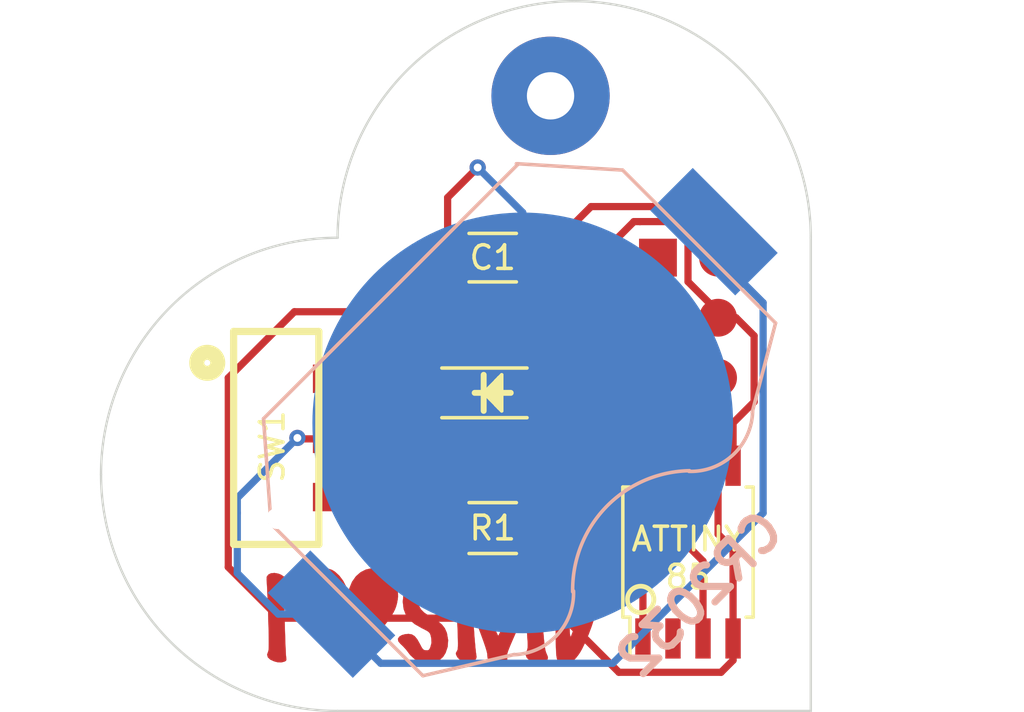
<source format=kicad_pcb>
(kicad_pcb (version 4) (host pcbnew 4.0.7)

  (general
    (links 15)
    (no_connects 0)
    (area 189.769999 74.199999 219.870001 104.300001)
    (thickness 1.6)
    (drawings 22)
    (tracks 98)
    (zones 0)
    (modules 9)
    (nets 12)
  )

  (page USLetter)
  (layers
    (0 F.Cu signal)
    (31 B.Cu signal)
    (34 B.Paste user)
    (35 F.Paste user)
    (36 B.SilkS user)
    (37 F.SilkS user)
    (38 B.Mask user)
    (39 F.Mask user)
    (40 Dwgs.User user)
    (44 Edge.Cuts user)
  )

  (setup
    (last_trace_width 0.1524)
    (user_trace_width 0.254)
    (user_trace_width 0.3048)
    (user_trace_width 0.4064)
    (user_trace_width 0.6096)
    (user_trace_width 2.032)
    (trace_clearance 0.1524)
    (zone_clearance 0.508)
    (zone_45_only no)
    (trace_min 0.1524)
    (segment_width 0.254)
    (edge_width 0.1)
    (via_size 0.6858)
    (via_drill 0.3302)
    (via_min_size 0.6858)
    (via_min_drill 0.3302)
    (user_via 1 0.5)
    (uvia_size 0.762)
    (uvia_drill 0.508)
    (uvias_allowed no)
    (uvia_min_size 0.508)
    (uvia_min_drill 0.127)
    (pcb_text_width 0.3)
    (pcb_text_size 1.5 1.5)
    (mod_edge_width 0.15)
    (mod_text_size 1 1)
    (mod_text_width 0.15)
    (pad_size 1.6 1.6)
    (pad_drill 0)
    (pad_to_mask_clearance 0)
    (aux_axis_origin 0 0)
    (grid_origin 210.82 95.25)
    (visible_elements 7FFFFBFF)
    (pcbplotparams
      (layerselection 0x010f0_80000001)
      (usegerberextensions true)
      (excludeedgelayer true)
      (linewidth 0.100000)
      (plotframeref false)
      (viasonmask false)
      (mode 1)
      (useauxorigin false)
      (hpglpennumber 1)
      (hpglpenspeed 20)
      (hpglpendiameter 15)
      (hpglpenoverlay 2)
      (psnegative false)
      (psa4output false)
      (plotreference true)
      (plotvalue true)
      (plotinvisibletext false)
      (padsonsilk false)
      (subtractmaskfromsilk false)
      (outputformat 1)
      (mirror false)
      (drillshape 0)
      (scaleselection 1)
      (outputdirectory gerbers/))
  )

  (net 0 "")
  (net 1 GND)
  (net 2 +BATT)
  (net 3 "Net-(BT1-Pad1)")
  (net 4 "Net-(CON1-Pad5)")
  (net 5 "Net-(D1-Pad1)")
  (net 6 /D1)
  (net 7 /D2)
  (net 8 /D0)
  (net 9 /D3)
  (net 10 /D4)
  (net 11 "Net-(P1-Pad1)")

  (net_class Default "This is the default net class."
    (clearance 0.1524)
    (trace_width 0.1524)
    (via_dia 0.6858)
    (via_drill 0.3302)
    (uvia_dia 0.762)
    (uvia_drill 0.508)
    (add_net +BATT)
    (add_net /D0)
    (add_net /D1)
    (add_net /D2)
    (add_net /D3)
    (add_net /D4)
    (add_net GND)
    (add_net "Net-(BT1-Pad1)")
    (add_net "Net-(CON1-Pad5)")
    (add_net "Net-(D1-Pad1)")
    (add_net "Net-(P1-Pad1)")
  )

  (module footprints:BATT_CR2032_SMD (layer B.Cu) (tedit 56CFB5D2) (tstamp 5AE5D7F5)
    (at 207.645 92.075 225)
    (tags battery)
    (path /56CFA61E)
    (fp_text reference BT1 (at 0 -5.08 225) (layer B.SilkS) hide
      (effects (font (size 1.72974 1.08712) (thickness 0.27178)) (justify mirror))
    )
    (fp_text value Battery (at 0 2.54 225) (layer B.SilkS) hide
      (effects (font (size 1.524 1.016) (thickness 0.254)) (justify mirror))
    )
    (fp_line (start -7.1755 -6.5405) (end -10.541 -4.572) (layer B.SilkS) (width 0.15))
    (fp_line (start 7.1755 -6.6675) (end 10.541 -4.572) (layer B.SilkS) (width 0.15))
    (fp_arc (start -5.4229 -4.6355) (end -3.5179 -6.4135) (angle -90) (layer B.SilkS) (width 0.15))
    (fp_arc (start 5.4102 -4.7625) (end 7.1882 -6.6675) (angle -90) (layer B.SilkS) (width 0.15))
    (fp_arc (start -0.0635 -10.033) (end -3.556 -6.4135) (angle -90) (layer B.SilkS) (width 0.15))
    (fp_line (start 7.62 7.874) (end 10.541 4.5085) (layer B.SilkS) (width 0.15))
    (fp_line (start -10.541 4.572) (end -7.5565 7.9375) (layer B.SilkS) (width 0.15))
    (fp_line (start -7.62 7.874) (end 7.62 7.874) (layer B.SilkS) (width 0.15))
    (fp_line (start -10.541 -4.572) (end -10.541 4.572) (layer B.SilkS) (width 0.15))
    (fp_line (start 10.541 -4.572) (end 10.541 4.572) (layer B.SilkS) (width 0.15))
    (fp_circle (center 0 0) (end -10.16 0) (layer Dwgs.User) (width 0.15))
    (pad 2 smd circle (at 0 0 225) (size 17.78 17.78) (layers B.Cu B.Paste B.Mask)
      (net 1 GND))
    (pad 1 smd rect (at -11.43 0 225) (size 2.54 5.08) (layers B.Cu B.Paste B.Mask)
      (net 3 "Net-(BT1-Pad1)"))
    (pad 1 smd rect (at 11.43 0 225) (size 2.54 5.08) (layers B.Cu B.Paste B.Mask)
      (net 3 "Net-(BT1-Pad1)"))
  )

  (module footprints:SPST_SMD (layer F.Cu) (tedit 58D85833) (tstamp 5AE5DA49)
    (at 200.025 92.71 270)
    (descr "Through hole pin header")
    (tags "pin header")
    (path /5860A0CD)
    (fp_text reference SW1 (at 0.365 2.97 270) (layer F.SilkS)
      (effects (font (size 1 1) (thickness 0.15)))
    )
    (fp_text value SPST (at 0.1 0 270) (layer F.Fab)
      (effects (font (size 1 1) (thickness 0.15)))
    )
    (fp_line (start -4.5 4.6) (end 4.5 4.6) (layer F.SilkS) (width 0.3048))
    (fp_line (start 4.5 1) (end 4.5 4.6) (layer F.SilkS) (width 0.3048))
    (fp_line (start -4.5 1) (end -4.5 4.6) (layer F.SilkS) (width 0.3048))
    (fp_line (start -4.5 1) (end 4.5 1) (layer F.SilkS) (width 0.3048))
    (fp_text user JS102011SAQN (at 0 1.7 270) (layer F.Fab)
      (effects (font (size 0.8 0.8) (thickness 0.1)))
    )
    (fp_line (start -1.75 14.45) (end 4.3 14.45) (layer F.CrtYd) (width 0.05))
    (pad "" np_thru_hole circle (at 3.4 2.75 270) (size 0.9 0.9) (drill 0.9) (layers *.Cu *.Mask))
    (pad 1 smd rect (at -2.5 0 270) (size 1.2 2.5) (layers F.Cu F.Paste F.Mask)
      (net 2 +BATT))
    (pad 2 smd rect (at 0.04 0 270) (size 1.2 2.5) (layers F.Cu F.Paste F.Mask)
      (net 3 "Net-(BT1-Pad1)"))
    (pad 3 smd rect (at 2.5 0 270) (size 1.2 2.5) (layers F.Cu F.Paste F.Mask))
    (pad "" np_thru_hole circle (at -3.4 2.75 270) (size 0.9 0.9) (drill 0.9) (layers *.Cu *.Mask))
  )

  (module LEDs:LED-1206 (layer F.Cu) (tedit 58C4D23A) (tstamp 58C47B3C)
    (at 206.375 90.805)
    (descr "LED 1206 smd package")
    (tags "LED1206 SMD")
    (path /58C49927)
    (attr smd)
    (fp_text reference D1 (at 0 -2) (layer F.SilkS) hide
      (effects (font (size 1 1) (thickness 0.15)))
    )
    (fp_text value LED (at 0 2) (layer F.Fab)
      (effects (font (size 1 1) (thickness 0.15)))
    )
    (fp_line (start -0.762 0) (end 0.762 0) (layer F.SilkS) (width 0.25))
    (fp_line (start -0.381 -0.762) (end -0.381 0.762) (layer F.SilkS) (width 0.25))
    (fp_line (start -0.635 0) (end -0.508 0) (layer F.SilkS) (width 0.15))
    (fp_line (start 0.254 0.635) (end 0.381 0.762) (layer F.SilkS) (width 0.15))
    (fp_line (start 0.254 -0.635) (end 0.381 -0.762) (layer F.SilkS) (width 0.15))
    (fp_line (start 0.381 -0.762) (end 0.381 0.762) (layer F.SilkS) (width 0.15))
    (fp_line (start 0.127 -0.508) (end 0.254 -0.635) (layer F.SilkS) (width 0.15))
    (fp_line (start 0.127 0.508) (end 0.254 0.635) (layer F.SilkS) (width 0.15))
    (fp_line (start 0.254 0.508) (end 0.254 0.635) (layer F.SilkS) (width 0.15))
    (fp_line (start 0.254 -0.635) (end 0.254 0.508) (layer F.SilkS) (width 0.15))
    (fp_line (start -2.15 1.05) (end 1.45 1.05) (layer F.SilkS) (width 0.15))
    (fp_line (start -2.15 -1.05) (end 1.45 -1.05) (layer F.SilkS) (width 0.15))
    (fp_line (start 0.027 -0.3) (end 0.027 0.3) (layer F.SilkS) (width 0.15))
    (fp_line (start 0.027 0.3) (end -0.273 0) (layer F.SilkS) (width 0.15))
    (fp_line (start -0.273 0) (end -0.073 -0.2) (layer F.SilkS) (width 0.15))
    (fp_line (start -0.073 -0.2) (end -0.073 0.05) (layer F.SilkS) (width 0.15))
    (fp_line (start -0.073 0.05) (end -0.123 0) (layer F.SilkS) (width 0.15))
    (fp_line (start 0.127 0) (end 0.627 0) (layer F.SilkS) (width 0.15))
    (fp_line (start -0.373 0) (end 0.127 -0.5) (layer F.SilkS) (width 0.15))
    (fp_line (start 0.127 -0.5) (end 0.127 0.5) (layer F.SilkS) (width 0.15))
    (fp_line (start 0.127 0.5) (end -0.373 0) (layer F.SilkS) (width 0.15))
    (fp_line (start 2.5 -1.25) (end -2.5 -1.25) (layer F.CrtYd) (width 0.05))
    (fp_line (start -2.5 -1.25) (end -2.5 1.25) (layer F.CrtYd) (width 0.05))
    (fp_line (start -2.5 1.25) (end 2.5 1.25) (layer F.CrtYd) (width 0.05))
    (fp_line (start 2.5 1.25) (end 2.5 -1.25) (layer F.CrtYd) (width 0.05))
    (pad 2 smd rect (at 1.905 0 180) (size 2 1.80086) (layers F.Cu F.Paste F.Mask)
      (net 8 /D0))
    (pad 1 smd rect (at -1.905 0 180) (size 2 1.80086) (layers F.Cu F.Paste F.Mask)
      (net 5 "Net-(D1-Pad1)"))
    (model LEDs.3dshapes/LED_1206.wrl
      (at (xyz 0 0 0))
      (scale (xyz 1 1 1))
      (rotate (xyz 0 0 0))
    )
  )

  (module footprints:C_1206_HandSoldering (layer F.Cu) (tedit 58C47DA8) (tstamp 5AE5D7FB)
    (at 206.375 85.09)
    (descr "Capacitor SMD 1206, hand soldering")
    (tags "capacitor 1206")
    (path /553FDF53)
    (attr smd)
    (fp_text reference C1 (at 0 0) (layer F.SilkS)
      (effects (font (size 1 1) (thickness 0.15)))
    )
    (fp_text value "0.1 uF" (at 0 2.3) (layer F.Fab)
      (effects (font (size 1 1) (thickness 0.15)))
    )
    (fp_line (start -3.3 -1.15) (end 3.3 -1.15) (layer F.CrtYd) (width 0.05))
    (fp_line (start -3.3 1.15) (end 3.3 1.15) (layer F.CrtYd) (width 0.05))
    (fp_line (start -3.3 -1.15) (end -3.3 1.15) (layer F.CrtYd) (width 0.05))
    (fp_line (start 3.3 -1.15) (end 3.3 1.15) (layer F.CrtYd) (width 0.05))
    (fp_line (start 1 -1.025) (end -1 -1.025) (layer F.SilkS) (width 0.15))
    (fp_line (start -1 1.025) (end 1 1.025) (layer F.SilkS) (width 0.15))
    (pad 1 smd rect (at -2 0) (size 2 1.6) (layers F.Cu F.Paste F.Mask)
      (net 1 GND))
    (pad 2 smd rect (at 2 0) (size 2 1.6) (layers F.Cu F.Paste F.Mask)
      (net 2 +BATT))
    (model Capacitors_SMD.3dshapes/C_1206_HandSoldering.wrl
      (at (xyz 0 0 0))
      (scale (xyz 1 1 1))
      (rotate (xyz 0 0 0))
    )
  )

  (module footprints:AVR-ISP-6 (layer F.Cu) (tedit 5AE5DBB2) (tstamp 5AE5D800)
    (at 213.36 85.09)
    (descr "6-lead dip package, row spacing 7.62 mm (300 mils)")
    (tags "dil dip 2.54 300")
    (path /58609061)
    (fp_text reference CON1 (at 0 -2.54) (layer F.SilkS) hide
      (effects (font (size 1 1) (thickness 0.15)))
    )
    (fp_text value AVR-ISP-6 (at 0 -3.72) (layer F.Fab) hide
      (effects (font (size 1 1) (thickness 0.15)))
    )
    (pad 1 smd rect (at 0 0) (size 1.6 1.6) (layers F.Cu F.Paste F.Mask)
      (net 6 /D1))
    (pad 2 smd circle (at 2.54 0) (size 1.6 1.6) (layers F.Cu F.Paste F.Mask)
      (net 2 +BATT))
    (pad 3 smd oval (at 0 2.54) (size 1.6 1.6) (layers F.Cu F.Paste F.Mask)
      (net 7 /D2))
    (pad 4 smd oval (at 2.54 2.54) (size 1.6 1.6) (layers F.Cu F.Paste F.Mask)
      (net 8 /D0))
    (pad 5 smd oval (at 0 5.08) (size 1.6 1.6) (layers F.Cu F.Paste F.Mask)
      (net 4 "Net-(CON1-Pad5)"))
    (pad 6 smd oval (at 2.54 5.08) (size 1.6 1.6) (layers F.Cu F.Paste F.Mask)
      (net 1 GND))
  )

  (module footprints:Pin_Header_Straight_1x01 (layer F.Cu) (tedit 5AE5D818) (tstamp 5AE5D809)
    (at 208.82 78.25)
    (descr "Through hole pin header")
    (tags "pin header")
    (path /5860AE9A)
    (fp_text reference P1 (at -0.6 -0.5) (layer F.SilkS) hide
      (effects (font (size 0.127 0.127) (thickness 0.03175)))
    )
    (fp_text value CONN_01X01 (at 0 0.9) (layer F.Fab)
      (effects (font (size 0.127 0.127) (thickness 0.03175)))
    )
    (pad 1 thru_hole circle (at 0 0) (size 5 5) (drill 2) (layers *.Cu B.Mask)
      (net 11 "Net-(P1-Pad1)"))
  )

  (module footprints:R_1206_HandSoldering (layer F.Cu) (tedit 58C47DAE) (tstamp 5AE5D80D)
    (at 206.375 96.52)
    (descr "Resistor SMD 1206, hand soldering")
    (tags "resistor 1206")
    (path /56CEB2B5)
    (attr smd)
    (fp_text reference R1 (at 0 0) (layer F.SilkS)
      (effects (font (size 1 1) (thickness 0.15)))
    )
    (fp_text value 330 (at 0 2.3) (layer F.Fab)
      (effects (font (size 1 1) (thickness 0.15)))
    )
    (fp_line (start -3.3 -1.2) (end 3.3 -1.2) (layer F.CrtYd) (width 0.05))
    (fp_line (start -3.3 1.2) (end 3.3 1.2) (layer F.CrtYd) (width 0.05))
    (fp_line (start -3.3 -1.2) (end -3.3 1.2) (layer F.CrtYd) (width 0.05))
    (fp_line (start 3.3 -1.2) (end 3.3 1.2) (layer F.CrtYd) (width 0.05))
    (fp_line (start 1 1.075) (end -1 1.075) (layer F.SilkS) (width 0.15))
    (fp_line (start -1 -1.075) (end 1 -1.075) (layer F.SilkS) (width 0.15))
    (pad 1 smd rect (at -2 0) (size 2 1.7) (layers F.Cu F.Paste F.Mask)
      (net 5 "Net-(D1-Pad1)"))
    (pad 2 smd rect (at 2 0) (size 2 1.7) (layers F.Cu F.Paste F.Mask)
      (net 10 /D4))
    (model Resistors_SMD.3dshapes/R_1206_HandSoldering.wrl
      (at (xyz 0 0 0))
      (scale (xyz 1 1 1))
      (rotate (xyz 0 0 0))
    )
  )

  (module footprints:SOIJ-8_5.3x5.3mm_Pitch1.27mm (layer F.Cu) (tedit 5AE5DCFD) (tstamp 5AE5DA51)
    (at 214.63 97.536 90)
    (descr "8-Lead Plastic Small Outline (SM) - Medium, 5.28 mm Body [SOIC] (see Microchip Packaging Specification 00000049BS.pdf)")
    (tags "SOIC 1.27")
    (path /58C478D3)
    (attr smd)
    (fp_text reference U1 (at 1.651 0 180) (layer F.SilkS) hide
      (effects (font (size 1 1) (thickness 0.15)))
    )
    (fp_text value ATTINY85 (at 0 3.68 90) (layer F.Fab)
      (effects (font (size 1 1) (thickness 0.15)))
    )
    (fp_circle (center -2 -2) (end -2.25 -2.5) (layer F.SilkS) (width 0.2))
    (fp_line (start -4.75 -2.95) (end -4.75 2.95) (layer F.CrtYd) (width 0.05))
    (fp_line (start 4.75 -2.95) (end 4.75 2.95) (layer F.CrtYd) (width 0.05))
    (fp_line (start -4.75 -2.95) (end 4.75 -2.95) (layer F.CrtYd) (width 0.05))
    (fp_line (start -4.75 2.95) (end 4.75 2.95) (layer F.CrtYd) (width 0.05))
    (fp_line (start -2.75 -2.755) (end -2.75 -2.455) (layer F.SilkS) (width 0.15))
    (fp_line (start 2.75 -2.755) (end 2.75 -2.455) (layer F.SilkS) (width 0.15))
    (fp_line (start 2.75 2.755) (end 2.75 2.455) (layer F.SilkS) (width 0.15))
    (fp_line (start -2.75 2.755) (end -2.75 2.455) (layer F.SilkS) (width 0.15))
    (fp_line (start -2.75 -2.755) (end 2.75 -2.755) (layer F.SilkS) (width 0.15))
    (fp_line (start -2.75 2.755) (end 2.75 2.755) (layer F.SilkS) (width 0.15))
    (fp_line (start -2.75 -2.455) (end -4.5 -2.455) (layer F.SilkS) (width 0.15))
    (pad 1 smd rect (at -3.65 -1.905 90) (size 1.7 0.65) (layers F.Cu F.Paste F.Mask)
      (net 4 "Net-(CON1-Pad5)"))
    (pad 2 smd rect (at -3.65 -0.635 90) (size 1.7 0.65) (layers F.Cu F.Paste F.Mask)
      (net 9 /D3))
    (pad 3 smd rect (at -3.65 0.635 90) (size 1.7 0.65) (layers F.Cu F.Paste F.Mask)
      (net 10 /D4))
    (pad 4 smd rect (at -3.65 1.905 90) (size 1.7 0.65) (layers F.Cu F.Paste F.Mask)
      (net 1 GND))
    (pad 5 smd rect (at 3.65 1.905 90) (size 1.7 0.65) (layers F.Cu F.Paste F.Mask)
      (net 8 /D0))
    (pad 6 smd rect (at 3.65 0.635 90) (size 1.7 0.65) (layers F.Cu F.Paste F.Mask)
      (net 6 /D1))
    (pad 7 smd rect (at 3.65 -0.635 90) (size 1.7 0.65) (layers F.Cu F.Paste F.Mask)
      (net 7 /D2))
    (pad 8 smd rect (at 3.65 -1.905 90) (size 1.7 0.65) (layers F.Cu F.Paste F.Mask)
      (net 2 +BATT))
    (model Housings_SOIC.3dshapes/SOIJ-8_5.3x5.3mm_Pitch1.27mm.wrl
      (at (xyz 0 0 0))
      (scale (xyz 1 1 1))
      (rotate (xyz 0 0 0))
    )
  )

  (module footprints:IheartSMD (layer F.Cu) (tedit 0) (tstamp 5AE5DC08)
    (at 203.835 100.33)
    (fp_text reference G*** (at 0 0) (layer F.SilkS) hide
      (effects (font (thickness 0.3)))
    )
    (fp_text value LOGO (at 0.75 0) (layer F.SilkS) hide
      (effects (font (thickness 0.3)))
    )
    (fp_poly (pts (xy -2.34405 -2.096245) (xy -2.105224 -2.02035) (xy -1.879461 -1.87745) (xy -1.67627 -1.665485)
      (xy -1.672077 -1.659965) (xy -1.535728 -1.428984) (xy -1.466826 -1.179985) (xy -1.462632 -0.900188)
      (xy -1.480305 -0.765648) (xy -1.506685 -0.630011) (xy -1.540934 -0.503324) (xy -1.587938 -0.377969)
      (xy -1.652583 -0.246325) (xy -1.739753 -0.100773) (xy -1.854334 0.066306) (xy -2.001212 0.26253)
      (xy -2.185271 0.495519) (xy -2.411397 0.772893) (xy -2.65632 1.068462) (xy -2.863883 1.316796)
      (xy -3.056151 1.544929) (xy -3.227337 1.746142) (xy -3.371657 1.913715) (xy -3.483327 2.040929)
      (xy -3.55656 2.121066) (xy -3.585338 2.147469) (xy -3.616012 2.117825) (xy -3.690038 2.034352)
      (xy -3.801593 1.903968) (xy -3.944854 1.733589) (xy -4.114 1.530133) (xy -4.303208 1.300517)
      (xy -4.474308 1.091353) (xy -4.682749 0.833626) (xy -4.880586 0.585062) (xy -5.060943 0.354598)
      (xy -5.216944 0.151173) (xy -5.34171 -0.016276) (xy -5.428366 -0.13881) (xy -5.462934 -0.193553)
      (xy -5.575671 -0.442679) (xy -5.651356 -0.710052) (xy -5.68505 -0.970983) (xy -5.671813 -1.200783)
      (xy -5.668122 -1.219233) (xy -5.570242 -1.503796) (xy -5.409772 -1.744798) (xy -5.251857 -1.892196)
      (xy -5.056812 -2.018715) (xy -4.866654 -2.087112) (xy -4.650419 -2.106675) (xy -4.549401 -2.10289)
      (xy -4.38003 -2.082879) (xy -4.251303 -2.040775) (xy -4.13585 -1.971583) (xy -3.949099 -1.803253)
      (xy -3.782896 -1.584088) (xy -3.657219 -1.341409) (xy -3.638259 -1.291192) (xy -3.5686 -1.093389)
      (xy -3.518915 -1.259848) (xy -3.401368 -1.54273) (xy -3.239839 -1.770965) (xy -3.043835 -1.942494)
      (xy -2.822863 -2.055257) (xy -2.586433 -2.107194) (xy -2.34405 -2.096245)) (layer F.Cu) (width 0.01))
    (fp_poly (pts (xy 4.210181 -1.942334) (xy 4.354907 -1.898655) (xy 4.509585 -1.8085) (xy 4.610951 -1.696348)
      (xy 4.652707 -1.574999) (xy 4.628556 -1.457256) (xy 4.595388 -1.409846) (xy 4.581052 -1.384052)
      (xy 4.571272 -1.338764) (xy 4.566268 -1.266233) (xy 4.566261 -1.158706) (xy 4.571472 -1.008433)
      (xy 4.582122 -0.807662) (xy 4.598431 -0.548642) (xy 4.620622 -0.223622) (xy 4.635014 -0.019538)
      (xy 4.661576 0.347706) (xy 4.684425 0.645637) (xy 4.704585 0.882954) (xy 4.723077 1.068352)
      (xy 4.740923 1.210532) (xy 4.759146 1.318189) (xy 4.778769 1.400021) (xy 4.800814 1.464727)
      (xy 4.812779 1.492748) (xy 4.86011 1.604073) (xy 4.874765 1.673783) (xy 4.858609 1.73037)
      (xy 4.831274 1.775435) (xy 4.727443 1.867301) (xy 4.579917 1.910188) (xy 4.406042 1.903922)
      (xy 4.223164 1.848332) (xy 4.103179 1.782706) (xy 3.983992 1.677881) (xy 3.938703 1.562564)
      (xy 3.963135 1.422748) (xy 3.982132 1.376791) (xy 4.003807 1.317943) (xy 4.016854 1.247058)
      (xy 4.021452 1.150344) (xy 4.017776 1.014007) (xy 4.006003 0.824256) (xy 3.991631 0.63433)
      (xy 3.969436 0.343476) (xy 3.951134 0.123274) (xy 3.932095 -0.02632) (xy 3.90769 -0.105355)
      (xy 3.873292 -0.113877) (xy 3.824271 -0.051932) (xy 3.755999 0.080433) (xy 3.663846 0.283171)
      (xy 3.543184 0.556235) (xy 3.510691 0.629481) (xy 3.388617 0.905519) (xy 3.295606 1.120487)
      (xy 3.22816 1.284362) (xy 3.182779 1.407121) (xy 3.155967 1.498742) (xy 3.144223 1.5692)
      (xy 3.144049 1.628474) (xy 3.148128 1.663394) (xy 3.157036 1.778047) (xy 3.133809 1.852855)
      (xy 3.083401 1.909807) (xy 2.998885 1.969379) (xy 2.926596 1.992923) (xy 2.836247 2.001972)
      (xy 2.806965 2.008896) (xy 2.735111 2.009803) (xy 2.633855 1.989851) (xy 2.631163 1.98908)
      (xy 2.495802 1.920102) (xy 2.387776 1.81079) (xy 2.32431 1.683267) (xy 2.316829 1.585344)
      (xy 2.313086 1.512089) (xy 2.285363 1.390157) (xy 2.231922 1.213828) (xy 2.151025 0.977378)
      (xy 2.040931 0.675086) (xy 2.036923 0.664308) (xy 1.938752 0.40259) (xy 1.863553 0.208096)
      (xy 1.808302 0.074349) (xy 1.769975 -0.00513) (xy 1.745546 -0.036821) (xy 1.731991 -0.0272)
      (xy 1.727307 0.00118) (xy 1.726457 0.088072) (xy 1.73201 0.23249) (xy 1.742731 0.419067)
      (xy 1.757384 0.632437) (xy 1.774733 0.857233) (xy 1.793542 1.07809) (xy 1.812575 1.279639)
      (xy 1.830597 1.446516) (xy 1.846371 1.563353) (xy 1.856776 1.611074) (xy 1.850116 1.689328)
      (xy 1.789813 1.776366) (xy 1.695651 1.85421) (xy 1.587414 1.904882) (xy 1.522557 1.91477)
      (xy 1.362158 1.882289) (xy 1.201376 1.797514) (xy 1.071842 1.679447) (xy 1.0319 1.620012)
      (xy 0.989323 1.530362) (xy 0.986847 1.469528) (xy 1.023841 1.399627) (xy 1.028116 1.393074)
      (xy 1.045638 1.361348) (xy 1.058987 1.320474) (xy 1.068212 1.262057) (xy 1.07336 1.177702)
      (xy 1.074479 1.059016) (xy 1.071618 0.897605) (xy 1.064824 0.685073) (xy 1.054145 0.413028)
      (xy 1.039629 0.073075) (xy 1.036102 -0.007605) (xy 1.019704 -0.352791) (xy 1.002199 -0.668962)
      (xy 0.984253 -0.946912) (xy 0.966532 -1.177432) (xy 0.9497 -1.351314) (xy 0.934422 -1.459349)
      (xy 0.929803 -1.479092) (xy 0.902461 -1.586355) (xy 0.905961 -1.651164) (xy 0.947559 -1.705573)
      (xy 0.989516 -1.742861) (xy 1.11924 -1.813726) (xy 1.276952 -1.840572) (xy 1.44522 -1.828416)
      (xy 1.606611 -1.782277) (xy 1.743692 -1.707175) (xy 1.839031 -1.608128) (xy 1.875194 -1.490154)
      (xy 1.875195 -1.48788) (xy 1.889061 -1.432449) (xy 1.927988 -1.318218) (xy 1.987643 -1.155951)
      (xy 2.063688 -0.956414) (xy 2.151789 -0.730373) (xy 2.247611 -0.488593) (xy 2.346818 -0.241838)
      (xy 2.445074 -0.000876) (xy 2.538044 0.223529) (xy 2.621394 0.420612) (xy 2.690786 0.579607)
      (xy 2.741886 0.689749) (xy 2.770359 0.740272) (xy 2.773341 0.74233) (xy 2.797641 0.707698)
      (xy 2.846672 0.610777) (xy 2.916109 0.46183) (xy 3.001627 0.271121) (xy 3.098901 0.048913)
      (xy 3.203606 -0.194531) (xy 3.311417 -0.448948) (xy 3.418009 -0.704075) (xy 3.519058 -0.949648)
      (xy 3.610237 -1.175404) (xy 3.687223 -1.37108) (xy 3.74569 -1.526414) (xy 3.781314 -1.631141)
      (xy 3.790461 -1.671302) (xy 3.822869 -1.806741) (xy 3.911858 -1.900375) (xy 4.045079 -1.947231)
      (xy 4.210181 -1.942334)) (layer F.Cu) (width 0.01))
    (fp_poly (pts (xy 6.611152 -1.865882) (xy 6.768849 -1.761157) (xy 6.916401 -1.590471) (xy 6.945923 -1.547851)
      (xy 7.025612 -1.412648) (xy 7.063559 -1.291976) (xy 7.072923 -1.150907) (xy 7.055285 -0.924379)
      (xy 7.005674 -0.644287) (xy 6.929042 -0.325947) (xy 6.830339 0.015324) (xy 6.714518 0.36421)
      (xy 6.58653 0.705395) (xy 6.451328 1.023562) (xy 6.313862 1.303394) (xy 6.234125 1.443614)
      (xy 6.144558 1.574225) (xy 6.037521 1.705783) (xy 5.9277 1.822894) (xy 5.82978 1.910163)
      (xy 5.758446 1.952196) (xy 5.747391 1.953847) (xy 5.679798 1.965695) (xy 5.65958 1.97196)
      (xy 5.58984 1.969808) (xy 5.493372 1.939564) (xy 5.490307 1.938222) (xy 5.404553 1.897661)
      (xy 5.339203 1.854595) (xy 5.291255 1.798295) (xy 5.257705 1.718032) (xy 5.235552 1.603077)
      (xy 5.221792 1.442701) (xy 5.213422 1.226174) (xy 5.207441 0.942768) (xy 5.207147 0.926493)
      (xy 5.199974 0.594325) (xy 5.190449 0.254891) (xy 5.179064 -0.081148) (xy 5.166307 -0.40313)
      (xy 5.152668 -0.700395) (xy 5.138637 -0.962283) (xy 5.132537 -1.056781) (xy 5.783384 -1.056781)
      (xy 5.783384 -0.199432) (xy 5.784524 0.120145) (xy 5.788206 0.36829) (xy 5.794827 0.551695)
      (xy 5.804782 0.677053) (xy 5.818468 0.751057) (xy 5.836279 0.780398) (xy 5.841398 0.781539)
      (xy 5.857413 0.746785) (xy 5.89456 0.65099) (xy 5.948084 0.506858) (xy 6.013233 0.327089)
      (xy 6.049789 0.224693) (xy 6.170786 -0.122019) (xy 6.2647 -0.406164) (xy 6.334202 -0.637446)
      (xy 6.381963 -0.825565) (xy 6.410655 -0.980226) (xy 6.422948 -1.111129) (xy 6.423632 -1.13323)
      (xy 6.422684 -1.258376) (xy 6.408739 -1.325289) (xy 6.375296 -1.353618) (xy 6.348764 -1.359522)
      (xy 6.278291 -1.344743) (xy 6.167015 -1.295181) (xy 6.037911 -1.22122) (xy 6.026379 -1.213836)
      (xy 5.783384 -1.056781) (xy 5.132537 -1.056781) (xy 5.124702 -1.178131) (xy 5.111355 -1.33728)
      (xy 5.099083 -1.429069) (xy 5.098956 -1.429663) (xy 5.091105 -1.515274) (xy 5.122008 -1.58235)
      (xy 5.201495 -1.65836) (xy 5.294825 -1.726139) (xy 5.380789 -1.751003) (xy 5.49977 -1.74412)
      (xy 5.507835 -1.743074) (xy 5.642889 -1.738311) (xy 5.790445 -1.763592) (xy 5.95923 -1.816398)
      (xy 6.218137 -1.890292) (xy 6.431513 -1.907857) (xy 6.611152 -1.865882)) (layer F.Cu) (width 0.01))
    (fp_poly (pts (xy -0.08157 -1.924859) (xy 0.119595 -1.818609) (xy 0.279311 -1.647326) (xy 0.396236 -1.412426)
      (xy 0.466339 -1.132373) (xy 0.500202 -0.862655) (xy 0.501546 -0.65965) (xy 0.468366 -0.518122)
      (xy 0.398658 -0.432833) (xy 0.290417 -0.398547) (xy 0.187007 -0.402567) (xy 0.022986 -0.458462)
      (xy -0.107678 -0.566887) (xy -0.193914 -0.710176) (xy -0.22465 -0.870663) (xy -0.196209 -1.014011)
      (xy -0.167136 -1.109175) (xy -0.181089 -1.172167) (xy -0.195414 -1.191881) (xy -0.278029 -1.245413)
      (xy -0.369251 -1.232389) (xy -0.45776 -1.161828) (xy -0.532239 -1.042744) (xy -0.581313 -0.884458)
      (xy -0.600584 -0.68899) (xy -0.574129 -0.522805) (xy -0.495226 -0.375621) (xy -0.357152 -0.237156)
      (xy -0.153185 -0.097128) (xy -0.0149 -0.018128) (xy 0.223532 0.127163) (xy 0.396984 0.271723)
      (xy 0.51748 0.428179) (xy 0.597046 0.609158) (xy 0.604015 0.631773) (xy 0.655343 0.924217)
      (xy 0.636198 1.206319) (xy 0.548448 1.466012) (xy 0.450415 1.623815) (xy 0.286878 1.776761)
      (xy 0.079863 1.875382) (xy -0.154297 1.915659) (xy -0.399267 1.89357) (xy -0.512491 1.860858)
      (xy -0.748329 1.740098) (xy -0.946 1.556863) (xy -1.022725 1.45561) (xy -1.121166 1.327126)
      (xy -1.230147 1.205768) (xy -1.27831 1.15977) (xy -1.368909 1.071732) (xy -1.43624 0.991383)
      (xy -1.448715 0.971564) (xy -1.465512 0.873525) (xy -1.414822 0.786441) (xy -1.307233 0.717766)
      (xy -1.153334 0.674957) (xy -1.012348 0.664308) (xy -0.876932 0.686654) (xy -0.758934 0.759596)
      (xy -0.648527 0.891984) (xy -0.535883 1.092672) (xy -0.535153 1.094154) (xy -0.465871 1.228004)
      (xy -0.41207 1.306136) (xy -0.358451 1.34467) (xy -0.289713 1.359726) (xy -0.282378 1.360469)
      (xy -0.194043 1.359893) (xy -0.141119 1.322752) (xy -0.096762 1.234724) (xy -0.046514 1.054309)
      (xy -0.050882 0.865654) (xy -0.080832 0.730435) (xy -0.105883 0.658031) (xy -0.144138 0.601611)
      (xy -0.210683 0.54875) (xy -0.320602 0.487023) (xy -0.46023 0.417902) (xy -0.755259 0.249762)
      (xy -0.977739 0.06329) (xy -1.132413 -0.14826) (xy -1.224021 -0.391633) (xy -1.257305 -0.673574)
      (xy -1.257581 -0.71638) (xy -1.228979 -1.026375) (xy -1.150871 -1.305792) (xy -1.029403 -1.546426)
      (xy -0.870719 -1.740071) (xy -0.680962 -1.878524) (xy -0.466276 -1.953578) (xy -0.322842 -1.964662)
      (xy -0.08157 -1.924859)) (layer F.Cu) (width 0.01))
    (fp_poly (pts (xy -6.518611 -1.882257) (xy -6.409155 -1.83689) (xy -6.276787 -1.754816) (xy -6.213258 -1.670643)
      (xy -6.210551 -1.568093) (xy -6.236569 -1.486461) (xy -6.251088 -1.43895) (xy -6.262123 -1.372811)
      (xy -6.269766 -1.28017) (xy -6.274107 -1.153157) (xy -6.275237 -0.983901) (xy -6.273246 -0.76453)
      (xy -6.268226 -0.487173) (xy -6.260268 -0.143958) (xy -6.254608 0.078154) (xy -6.245346 0.41081)
      (xy -6.235495 0.724) (xy -6.225449 1.00785) (xy -6.215604 1.252481) (xy -6.206357 1.448018)
      (xy -6.198102 1.584584) (xy -6.1916 1.65037) (xy -6.180359 1.748638) (xy -6.20133 1.800393)
      (xy -6.266818 1.834698) (xy -6.270189 1.835985) (xy -6.406266 1.868926) (xy -6.552799 1.859856)
      (xy -6.691624 1.823843) (xy -6.862868 1.747438) (xy -6.964249 1.649742) (xy -6.993148 1.534965)
      (xy -6.948992 1.410561) (xy -6.936851 1.371172) (xy -6.928407 1.293703) (xy -6.923653 1.17199)
      (xy -6.922584 0.999871) (xy -6.925194 0.771185) (xy -6.931478 0.479767) (xy -6.941429 0.119456)
      (xy -6.947627 -0.083601) (xy -6.958527 -0.414351) (xy -6.969819 -0.72455) (xy -6.98107 -1.004507)
      (xy -6.991847 -1.244531) (xy -7.001715 -1.434928) (xy -7.010242 -1.566007) (xy -7.016649 -1.626487)
      (xy -7.01007 -1.750297) (xy -6.943571 -1.842421) (xy -6.830558 -1.898219) (xy -6.684436 -1.913045)
      (xy -6.518611 -1.882257)) (layer F.Cu) (width 0.01))
    (fp_poly (pts (xy -2.34405 -2.096245) (xy -2.105224 -2.02035) (xy -1.879461 -1.87745) (xy -1.67627 -1.665485)
      (xy -1.672077 -1.659965) (xy -1.535728 -1.428984) (xy -1.466826 -1.179985) (xy -1.462632 -0.900188)
      (xy -1.480305 -0.765648) (xy -1.506685 -0.630011) (xy -1.540934 -0.503324) (xy -1.587938 -0.377969)
      (xy -1.652583 -0.246325) (xy -1.739753 -0.100773) (xy -1.854334 0.066306) (xy -2.001212 0.26253)
      (xy -2.185271 0.495519) (xy -2.411397 0.772893) (xy -2.65632 1.068462) (xy -2.863883 1.316796)
      (xy -3.056151 1.544929) (xy -3.227337 1.746142) (xy -3.371657 1.913715) (xy -3.483327 2.040929)
      (xy -3.55656 2.121066) (xy -3.585338 2.147469) (xy -3.616012 2.117825) (xy -3.690038 2.034352)
      (xy -3.801593 1.903968) (xy -3.944854 1.733589) (xy -4.114 1.530133) (xy -4.303208 1.300517)
      (xy -4.474308 1.091353) (xy -4.682749 0.833626) (xy -4.880586 0.585062) (xy -5.060943 0.354598)
      (xy -5.216944 0.151173) (xy -5.34171 -0.016276) (xy -5.428366 -0.13881) (xy -5.462934 -0.193553)
      (xy -5.575671 -0.442679) (xy -5.651356 -0.710052) (xy -5.68505 -0.970983) (xy -5.671813 -1.200783)
      (xy -5.668122 -1.219233) (xy -5.570242 -1.503796) (xy -5.409772 -1.744798) (xy -5.251857 -1.892196)
      (xy -5.056812 -2.018715) (xy -4.866654 -2.087112) (xy -4.650419 -2.106675) (xy -4.549401 -2.10289)
      (xy -4.38003 -2.082879) (xy -4.251303 -2.040775) (xy -4.13585 -1.971583) (xy -3.949099 -1.803253)
      (xy -3.782896 -1.584088) (xy -3.657219 -1.341409) (xy -3.638259 -1.291192) (xy -3.5686 -1.093389)
      (xy -3.518915 -1.259848) (xy -3.401368 -1.54273) (xy -3.239839 -1.770965) (xy -3.043835 -1.942494)
      (xy -2.822863 -2.055257) (xy -2.586433 -2.107194) (xy -2.34405 -2.096245)) (layer F.Mask) (width 0.01))
    (fp_poly (pts (xy 4.210181 -1.942334) (xy 4.354907 -1.898655) (xy 4.509585 -1.8085) (xy 4.610951 -1.696348)
      (xy 4.652707 -1.574999) (xy 4.628556 -1.457256) (xy 4.595388 -1.409846) (xy 4.581052 -1.384052)
      (xy 4.571272 -1.338764) (xy 4.566268 -1.266233) (xy 4.566261 -1.158706) (xy 4.571472 -1.008433)
      (xy 4.582122 -0.807662) (xy 4.598431 -0.548642) (xy 4.620622 -0.223622) (xy 4.635014 -0.019538)
      (xy 4.661576 0.347706) (xy 4.684425 0.645637) (xy 4.704585 0.882954) (xy 4.723077 1.068352)
      (xy 4.740923 1.210532) (xy 4.759146 1.318189) (xy 4.778769 1.400021) (xy 4.800814 1.464727)
      (xy 4.812779 1.492748) (xy 4.86011 1.604073) (xy 4.874765 1.673783) (xy 4.858609 1.73037)
      (xy 4.831274 1.775435) (xy 4.727443 1.867301) (xy 4.579917 1.910188) (xy 4.406042 1.903922)
      (xy 4.223164 1.848332) (xy 4.103179 1.782706) (xy 3.983992 1.677881) (xy 3.938703 1.562564)
      (xy 3.963135 1.422748) (xy 3.982132 1.376791) (xy 4.003807 1.317943) (xy 4.016854 1.247058)
      (xy 4.021452 1.150344) (xy 4.017776 1.014007) (xy 4.006003 0.824256) (xy 3.991631 0.63433)
      (xy 3.969436 0.343476) (xy 3.951134 0.123274) (xy 3.932095 -0.02632) (xy 3.90769 -0.105355)
      (xy 3.873292 -0.113877) (xy 3.824271 -0.051932) (xy 3.755999 0.080433) (xy 3.663846 0.283171)
      (xy 3.543184 0.556235) (xy 3.510691 0.629481) (xy 3.388617 0.905519) (xy 3.295606 1.120487)
      (xy 3.22816 1.284362) (xy 3.182779 1.407121) (xy 3.155967 1.498742) (xy 3.144223 1.5692)
      (xy 3.144049 1.628474) (xy 3.148128 1.663394) (xy 3.157036 1.778047) (xy 3.133809 1.852855)
      (xy 3.083401 1.909807) (xy 2.998885 1.969379) (xy 2.926596 1.992923) (xy 2.836247 2.001972)
      (xy 2.806965 2.008896) (xy 2.735111 2.009803) (xy 2.633855 1.989851) (xy 2.631163 1.98908)
      (xy 2.495802 1.920102) (xy 2.387776 1.81079) (xy 2.32431 1.683267) (xy 2.316829 1.585344)
      (xy 2.313086 1.512089) (xy 2.285363 1.390157) (xy 2.231922 1.213828) (xy 2.151025 0.977378)
      (xy 2.040931 0.675086) (xy 2.036923 0.664308) (xy 1.938752 0.40259) (xy 1.863553 0.208096)
      (xy 1.808302 0.074349) (xy 1.769975 -0.00513) (xy 1.745546 -0.036821) (xy 1.731991 -0.0272)
      (xy 1.727307 0.00118) (xy 1.726457 0.088072) (xy 1.73201 0.23249) (xy 1.742731 0.419067)
      (xy 1.757384 0.632437) (xy 1.774733 0.857233) (xy 1.793542 1.07809) (xy 1.812575 1.279639)
      (xy 1.830597 1.446516) (xy 1.846371 1.563353) (xy 1.856776 1.611074) (xy 1.850116 1.689328)
      (xy 1.789813 1.776366) (xy 1.695651 1.85421) (xy 1.587414 1.904882) (xy 1.522557 1.91477)
      (xy 1.362158 1.882289) (xy 1.201376 1.797514) (xy 1.071842 1.679447) (xy 1.0319 1.620012)
      (xy 0.989323 1.530362) (xy 0.986847 1.469528) (xy 1.023841 1.399627) (xy 1.028116 1.393074)
      (xy 1.045638 1.361348) (xy 1.058987 1.320474) (xy 1.068212 1.262057) (xy 1.07336 1.177702)
      (xy 1.074479 1.059016) (xy 1.071618 0.897605) (xy 1.064824 0.685073) (xy 1.054145 0.413028)
      (xy 1.039629 0.073075) (xy 1.036102 -0.007605) (xy 1.019704 -0.352791) (xy 1.002199 -0.668962)
      (xy 0.984253 -0.946912) (xy 0.966532 -1.177432) (xy 0.9497 -1.351314) (xy 0.934422 -1.459349)
      (xy 0.929803 -1.479092) (xy 0.902461 -1.586355) (xy 0.905961 -1.651164) (xy 0.947559 -1.705573)
      (xy 0.989516 -1.742861) (xy 1.11924 -1.813726) (xy 1.276952 -1.840572) (xy 1.44522 -1.828416)
      (xy 1.606611 -1.782277) (xy 1.743692 -1.707175) (xy 1.839031 -1.608128) (xy 1.875194 -1.490154)
      (xy 1.875195 -1.48788) (xy 1.889061 -1.432449) (xy 1.927988 -1.318218) (xy 1.987643 -1.155951)
      (xy 2.063688 -0.956414) (xy 2.151789 -0.730373) (xy 2.247611 -0.488593) (xy 2.346818 -0.241838)
      (xy 2.445074 -0.000876) (xy 2.538044 0.223529) (xy 2.621394 0.420612) (xy 2.690786 0.579607)
      (xy 2.741886 0.689749) (xy 2.770359 0.740272) (xy 2.773341 0.74233) (xy 2.797641 0.707698)
      (xy 2.846672 0.610777) (xy 2.916109 0.46183) (xy 3.001627 0.271121) (xy 3.098901 0.048913)
      (xy 3.203606 -0.194531) (xy 3.311417 -0.448948) (xy 3.418009 -0.704075) (xy 3.519058 -0.949648)
      (xy 3.610237 -1.175404) (xy 3.687223 -1.37108) (xy 3.74569 -1.526414) (xy 3.781314 -1.631141)
      (xy 3.790461 -1.671302) (xy 3.822869 -1.806741) (xy 3.911858 -1.900375) (xy 4.045079 -1.947231)
      (xy 4.210181 -1.942334)) (layer F.Mask) (width 0.01))
    (fp_poly (pts (xy 6.611152 -1.865882) (xy 6.768849 -1.761157) (xy 6.916401 -1.590471) (xy 6.945923 -1.547851)
      (xy 7.025612 -1.412648) (xy 7.063559 -1.291976) (xy 7.072923 -1.150907) (xy 7.055285 -0.924379)
      (xy 7.005674 -0.644287) (xy 6.929042 -0.325947) (xy 6.830339 0.015324) (xy 6.714518 0.36421)
      (xy 6.58653 0.705395) (xy 6.451328 1.023562) (xy 6.313862 1.303394) (xy 6.234125 1.443614)
      (xy 6.144558 1.574225) (xy 6.037521 1.705783) (xy 5.9277 1.822894) (xy 5.82978 1.910163)
      (xy 5.758446 1.952196) (xy 5.747391 1.953847) (xy 5.679798 1.965695) (xy 5.65958 1.97196)
      (xy 5.58984 1.969808) (xy 5.493372 1.939564) (xy 5.490307 1.938222) (xy 5.404553 1.897661)
      (xy 5.339203 1.854595) (xy 5.291255 1.798295) (xy 5.257705 1.718032) (xy 5.235552 1.603077)
      (xy 5.221792 1.442701) (xy 5.213422 1.226174) (xy 5.207441 0.942768) (xy 5.207147 0.926493)
      (xy 5.199974 0.594325) (xy 5.190449 0.254891) (xy 5.179064 -0.081148) (xy 5.166307 -0.40313)
      (xy 5.152668 -0.700395) (xy 5.138637 -0.962283) (xy 5.132537 -1.056781) (xy 5.783384 -1.056781)
      (xy 5.783384 -0.199432) (xy 5.784524 0.120145) (xy 5.788206 0.36829) (xy 5.794827 0.551695)
      (xy 5.804782 0.677053) (xy 5.818468 0.751057) (xy 5.836279 0.780398) (xy 5.841398 0.781539)
      (xy 5.857413 0.746785) (xy 5.89456 0.65099) (xy 5.948084 0.506858) (xy 6.013233 0.327089)
      (xy 6.049789 0.224693) (xy 6.170786 -0.122019) (xy 6.2647 -0.406164) (xy 6.334202 -0.637446)
      (xy 6.381963 -0.825565) (xy 6.410655 -0.980226) (xy 6.422948 -1.111129) (xy 6.423632 -1.13323)
      (xy 6.422684 -1.258376) (xy 6.408739 -1.325289) (xy 6.375296 -1.353618) (xy 6.348764 -1.359522)
      (xy 6.278291 -1.344743) (xy 6.167015 -1.295181) (xy 6.037911 -1.22122) (xy 6.026379 -1.213836)
      (xy 5.783384 -1.056781) (xy 5.132537 -1.056781) (xy 5.124702 -1.178131) (xy 5.111355 -1.33728)
      (xy 5.099083 -1.429069) (xy 5.098956 -1.429663) (xy 5.091105 -1.515274) (xy 5.122008 -1.58235)
      (xy 5.201495 -1.65836) (xy 5.294825 -1.726139) (xy 5.380789 -1.751003) (xy 5.49977 -1.74412)
      (xy 5.507835 -1.743074) (xy 5.642889 -1.738311) (xy 5.790445 -1.763592) (xy 5.95923 -1.816398)
      (xy 6.218137 -1.890292) (xy 6.431513 -1.907857) (xy 6.611152 -1.865882)) (layer F.Mask) (width 0.01))
    (fp_poly (pts (xy -0.08157 -1.924859) (xy 0.119595 -1.818609) (xy 0.279311 -1.647326) (xy 0.396236 -1.412426)
      (xy 0.466339 -1.132373) (xy 0.500202 -0.862655) (xy 0.501546 -0.65965) (xy 0.468366 -0.518122)
      (xy 0.398658 -0.432833) (xy 0.290417 -0.398547) (xy 0.187007 -0.402567) (xy 0.022986 -0.458462)
      (xy -0.107678 -0.566887) (xy -0.193914 -0.710176) (xy -0.22465 -0.870663) (xy -0.196209 -1.014011)
      (xy -0.167136 -1.109175) (xy -0.181089 -1.172167) (xy -0.195414 -1.191881) (xy -0.278029 -1.245413)
      (xy -0.369251 -1.232389) (xy -0.45776 -1.161828) (xy -0.532239 -1.042744) (xy -0.581313 -0.884458)
      (xy -0.600584 -0.68899) (xy -0.574129 -0.522805) (xy -0.495226 -0.375621) (xy -0.357152 -0.237156)
      (xy -0.153185 -0.097128) (xy -0.0149 -0.018128) (xy 0.223532 0.127163) (xy 0.396984 0.271723)
      (xy 0.51748 0.428179) (xy 0.597046 0.609158) (xy 0.604015 0.631773) (xy 0.655343 0.924217)
      (xy 0.636198 1.206319) (xy 0.548448 1.466012) (xy 0.450415 1.623815) (xy 0.286878 1.776761)
      (xy 0.079863 1.875382) (xy -0.154297 1.915659) (xy -0.399267 1.89357) (xy -0.512491 1.860858)
      (xy -0.748329 1.740098) (xy -0.946 1.556863) (xy -1.022725 1.45561) (xy -1.121166 1.327126)
      (xy -1.230147 1.205768) (xy -1.27831 1.15977) (xy -1.368909 1.071732) (xy -1.43624 0.991383)
      (xy -1.448715 0.971564) (xy -1.465512 0.873525) (xy -1.414822 0.786441) (xy -1.307233 0.717766)
      (xy -1.153334 0.674957) (xy -1.012348 0.664308) (xy -0.876932 0.686654) (xy -0.758934 0.759596)
      (xy -0.648527 0.891984) (xy -0.535883 1.092672) (xy -0.535153 1.094154) (xy -0.465871 1.228004)
      (xy -0.41207 1.306136) (xy -0.358451 1.34467) (xy -0.289713 1.359726) (xy -0.282378 1.360469)
      (xy -0.194043 1.359893) (xy -0.141119 1.322752) (xy -0.096762 1.234724) (xy -0.046514 1.054309)
      (xy -0.050882 0.865654) (xy -0.080832 0.730435) (xy -0.105883 0.658031) (xy -0.144138 0.601611)
      (xy -0.210683 0.54875) (xy -0.320602 0.487023) (xy -0.46023 0.417902) (xy -0.755259 0.249762)
      (xy -0.977739 0.06329) (xy -1.132413 -0.14826) (xy -1.224021 -0.391633) (xy -1.257305 -0.673574)
      (xy -1.257581 -0.71638) (xy -1.228979 -1.026375) (xy -1.150871 -1.305792) (xy -1.029403 -1.546426)
      (xy -0.870719 -1.740071) (xy -0.680962 -1.878524) (xy -0.466276 -1.953578) (xy -0.322842 -1.964662)
      (xy -0.08157 -1.924859)) (layer F.Mask) (width 0.01))
    (fp_poly (pts (xy -6.518611 -1.882257) (xy -6.409155 -1.83689) (xy -6.276787 -1.754816) (xy -6.213258 -1.670643)
      (xy -6.210551 -1.568093) (xy -6.236569 -1.486461) (xy -6.251088 -1.43895) (xy -6.262123 -1.372811)
      (xy -6.269766 -1.28017) (xy -6.274107 -1.153157) (xy -6.275237 -0.983901) (xy -6.273246 -0.76453)
      (xy -6.268226 -0.487173) (xy -6.260268 -0.143958) (xy -6.254608 0.078154) (xy -6.245346 0.41081)
      (xy -6.235495 0.724) (xy -6.225449 1.00785) (xy -6.215604 1.252481) (xy -6.206357 1.448018)
      (xy -6.198102 1.584584) (xy -6.1916 1.65037) (xy -6.180359 1.748638) (xy -6.20133 1.800393)
      (xy -6.266818 1.834698) (xy -6.270189 1.835985) (xy -6.406266 1.868926) (xy -6.552799 1.859856)
      (xy -6.691624 1.823843) (xy -6.862868 1.747438) (xy -6.964249 1.649742) (xy -6.993148 1.534965)
      (xy -6.948992 1.410561) (xy -6.936851 1.371172) (xy -6.928407 1.293703) (xy -6.923653 1.17199)
      (xy -6.922584 0.999871) (xy -6.925194 0.771185) (xy -6.931478 0.479767) (xy -6.941429 0.119456)
      (xy -6.947627 -0.083601) (xy -6.958527 -0.414351) (xy -6.969819 -0.72455) (xy -6.98107 -1.004507)
      (xy -6.991847 -1.244531) (xy -7.001715 -1.434928) (xy -7.010242 -1.566007) (xy -7.016649 -1.626487)
      (xy -7.01007 -1.750297) (xy -6.943571 -1.842421) (xy -6.830558 -1.898219) (xy -6.684436 -1.913045)
      (xy -6.518611 -1.882257)) (layer F.Mask) (width 0.01))
  )

  (gr_arc (start 209.82 84.25) (end 199.82 84.25) (angle 90) (layer Edge.Cuts) (width 0.1))
  (gr_arc (start 199.82 94.25) (end 189.82 94.25) (angle 90) (layer Edge.Cuts) (width 0.1))
  (gr_arc (start 199.82 94.25) (end 199.82 104.25) (angle 90) (layer Edge.Cuts) (width 0.1))
  (gr_line (start 199.82 104.25) (end 219.82 104.25) (angle 90) (layer Edge.Cuts) (width 0.1))
  (gr_arc (start 209.82 84.25) (end 209.82 74.25) (angle 90) (layer Edge.Cuts) (width 0.1))
  (gr_line (start 219.82 104.25) (end 219.82 84.25) (angle 90) (layer Edge.Cuts) (width 0.1))
  (dimension 18 (width 0.3) (layer Dwgs.User)
    (gr_text "18.000 mm" (at 226.17 94.25 90) (layer Dwgs.User)
      (effects (font (size 1.5 1.5) (thickness 0.3)))
    )
    (feature1 (pts (xy 218.82 85.25) (xy 227.52 85.25)))
    (feature2 (pts (xy 218.82 103.25) (xy 227.52 103.25)))
    (crossbar (pts (xy 224.82 103.25) (xy 224.82 85.25)))
    (arrow1a (pts (xy 224.82 85.25) (xy 225.406421 86.376504)))
    (arrow1b (pts (xy 224.82 85.25) (xy 224.233579 86.376504)))
    (arrow2a (pts (xy 224.82 103.25) (xy 225.406421 102.123496)))
    (arrow2b (pts (xy 224.82 103.25) (xy 224.233579 102.123496)))
  )
  (gr_text CR2032 (at 215.138 99.314 45) (layer B.SilkS)
    (effects (font (size 1.5 1.5) (thickness 0.3)) (justify mirror))
  )
  (gr_circle (center 194.31 89.535) (end 194.31 89.662) (layer F.SilkS) (width 0.3))
  (gr_circle (center 194.31 89.535) (end 194.437 89.916) (layer F.SilkS) (width 0.254))
  (gr_text "ATTINY\n85" (at 214.63 97.79) (layer F.SilkS)
    (effects (font (size 1 1) (thickness 0.15)))
  )
  (gr_circle (center 194.31 89.535) (end 193.675 89.535) (layer F.SilkS) (width 0.254))
  (gr_line (start 200.82 103.25) (end 196.82 99.25) (angle 90) (layer Dwgs.User) (width 0.254))
  (gr_line (start 202.82 101.25) (end 200.82 103.25) (angle 90) (layer Dwgs.User) (width 0.254))
  (gr_line (start 198.82 97.25) (end 202.82 101.25) (angle 90) (layer Dwgs.User) (width 0.254))
  (gr_line (start 196.82 99.25) (end 198.82 97.25) (angle 90) (layer Dwgs.User) (width 0.254))
  (gr_line (start 216.82 87.25) (end 218.82 85.25) (angle 90) (layer Dwgs.User) (width 0.254))
  (gr_line (start 216.82 87.25) (end 212.82 83.25) (angle 90) (layer Dwgs.User) (width 0.254))
  (gr_line (start 214.82 81.25) (end 218.82 85.25) (angle 90) (layer Dwgs.User) (width 0.254))
  (gr_line (start 212.82 83.25) (end 214.82 81.25) (angle 90) (layer Dwgs.User) (width 0.254))
  (gr_circle (center 207.82 92.25) (end 197.82 90.25) (layer Dwgs.User) (width 0.254))
  (gr_line (start 202.32 86.75) (end 219.82 104.25) (angle 90) (layer Dwgs.User) (width 0.1))

  (segment (start 195.199 98.171) (end 195.199 90.17) (width 0.3048) (layer F.Cu) (net 1) (tstamp 58D8571F))
  (segment (start 207.645 93.345) (end 207.645 83.185) (width 0.3048) (layer B.Cu) (net 1))
  (segment (start 204.47 82.55) (end 204.47 84.995) (width 0.3048) (layer F.Cu) (net 1) (tstamp 58D85783))
  (segment (start 205.74 81.28) (end 204.47 82.55) (width 0.3048) (layer F.Cu) (net 1) (tstamp 58D85782))
  (segment (start 205.74 81.28) (end 205.74 81.28) (width 0.3048) (layer F.Cu) (net 1) (tstamp 58D85781))
  (via (at 205.74 81.28) (size 0.6858) (drill 0.3302) (layers F.Cu B.Cu) (net 1))
  (segment (start 207.645 83.185) (end 205.74 81.28) (width 0.3048) (layer B.Cu) (net 1) (tstamp 58D85777))
  (segment (start 204.47 84.995) (end 204.375 85.09) (width 0.3048) (layer F.Cu) (net 1) (tstamp 58D85785))
  (segment (start 216.535 101.186) (end 216.535 102.108) (width 0.3048) (layer F.Cu) (net 1) (status 10))
  (segment (start 201.803 87.376) (end 202.819 86.36) (width 0.3048) (layer F.Cu) (net 1) (tstamp 58D85725))
  (segment (start 197.993 87.376) (end 201.803 87.376) (width 0.3048) (layer F.Cu) (net 1) (tstamp 58D85723))
  (segment (start 195.199 90.17) (end 197.993 87.376) (width 0.3048) (layer F.Cu) (net 1) (tstamp 58D85721))
  (segment (start 197.358 100.33) (end 195.199 98.171) (width 0.3048) (layer F.Cu) (net 1) (tstamp 58D8571D))
  (segment (start 209.423 100.33) (end 197.358 100.33) (width 0.3048) (layer F.Cu) (net 1) (tstamp 58D85719))
  (segment (start 211.709 102.616) (end 209.423 100.33) (width 0.3048) (layer F.Cu) (net 1) (tstamp 58D85710))
  (segment (start 216.027 102.616) (end 211.709 102.616) (width 0.3048) (layer F.Cu) (net 1) (tstamp 58D85707))
  (segment (start 216.535 102.108) (end 216.027 102.616) (width 0.3048) (layer F.Cu) (net 1) (tstamp 58D85703))
  (segment (start 204.375 85.09) (end 204.089 85.09) (width 0.3048) (layer F.Cu) (net 1))
  (segment (start 204.089 85.09) (end 202.819 86.36) (width 0.3048) (layer F.Cu) (net 1) (tstamp 58D85607))
  (segment (start 216.535 101.186) (end 216.535 97.409) (width 0.3048) (layer F.Cu) (net 1) (status 10))
  (segment (start 215.9 96.774) (end 215.9 90.17) (width 0.3048) (layer F.Cu) (net 1) (tstamp 58D852AF) (status 20))
  (segment (start 216.535 97.409) (end 215.9 96.774) (width 0.3048) (layer F.Cu) (net 1) (tstamp 58D852AD))
  (segment (start 215.9 85.09) (end 215.9 83.439) (width 0.3048) (layer F.Cu) (net 2))
  (segment (start 215.9 83.439) (end 215.392 82.931) (width 0.3048) (layer F.Cu) (net 2) (tstamp 58D8567D))
  (segment (start 215.392 82.931) (end 210.534 82.931) (width 0.3048) (layer F.Cu) (net 2) (tstamp 58D8567E))
  (segment (start 210.534 82.931) (end 208.375 85.09) (width 0.3048) (layer F.Cu) (net 2) (tstamp 58D8567F))
  (segment (start 200.025 90.21) (end 201.89 90.21) (width 0.3048) (layer F.Cu) (net 2))
  (segment (start 204.978 87.122) (end 206.375 87.122) (width 0.3048) (layer F.Cu) (net 2) (tstamp 5AE5DB25))
  (segment (start 201.89 90.21) (end 204.978 87.122) (width 0.3048) (layer F.Cu) (net 2) (tstamp 5AE5DB1F))
  (segment (start 208.375 85.09) (end 208.375 85.122) (width 0.3048) (layer F.Cu) (net 2))
  (segment (start 208.375 85.122) (end 206.375 87.122) (width 0.3048) (layer F.Cu) (net 2) (tstamp 58D856D1))
  (segment (start 207.805 93.886) (end 212.725 93.886) (width 0.3048) (layer F.Cu) (net 2) (tstamp 58D856DA) (status 20))
  (segment (start 206.375 87.122) (end 206.375 92.456) (width 0.3048) (layer F.Cu) (net 2) (tstamp 58D856D5))
  (segment (start 206.375 92.456) (end 207.805 93.886) (width 0.3048) (layer F.Cu) (net 2) (tstamp 58D856D8))
  (segment (start 201.208 90.21) (end 200.025 90.21) (width 0.3048) (layer F.Cu) (net 2) (tstamp 58D863A2))
  (segment (start 195.58 95.25) (end 198.12 92.71) (width 0.3048) (layer B.Cu) (net 3) (tstamp 58D85957))
  (segment (start 198.16 92.75) (end 200.025 92.75) (width 0.3048) (layer F.Cu) (net 3) (tstamp 58D8595F))
  (via (at 198.12 92.71) (size 0.6858) (drill 0.3302) (layers F.Cu B.Cu) (net 3))
  (segment (start 198.12 92.71) (end 198.16 92.75) (width 0.3048) (layer F.Cu) (net 3) (tstamp 58D8595E))
  (segment (start 199.562769 100.157231) (end 197.312231 100.157231) (width 0.3048) (layer B.Cu) (net 3))
  (segment (start 197.312231 100.157231) (end 195.58 98.425) (width 0.3048) (layer B.Cu) (net 3) (tstamp 58D8579B))
  (segment (start 195.58 98.425) (end 195.58 95.885) (width 0.3048) (layer B.Cu) (net 3))
  (segment (start 195.58 95.885) (end 195.58 95.25) (width 0.3048) (layer B.Cu) (net 3))
  (segment (start 215.727231 83.992769) (end 215.727231 84.917231) (width 0.3048) (layer B.Cu) (net 3))
  (segment (start 215.727231 84.917231) (end 217.805 86.995) (width 0.3048) (layer B.Cu) (net 3) (tstamp 58D857AD))
  (segment (start 217.805 86.995) (end 217.805 95.885) (width 0.3048) (layer B.Cu) (net 3) (tstamp 58D857B4))
  (segment (start 217.805 95.885) (end 211.455 102.235) (width 0.3048) (layer B.Cu) (net 3) (tstamp 58D857BA))
  (segment (start 211.455 102.235) (end 201.640538 102.235) (width 0.3048) (layer B.Cu) (net 3) (tstamp 58D857BF))
  (segment (start 201.640538 102.235) (end 199.562769 100.157231) (width 0.3048) (layer B.Cu) (net 3) (tstamp 58D857C4))
  (segment (start 213.36 90.805) (end 214.63 92.075) (width 0.3048) (layer F.Cu) (net 4) (tstamp 5AE5DB62) (status 10))
  (segment (start 214.63 92.075) (end 214.63 95.25) (width 0.3048) (layer F.Cu) (net 4) (tstamp 5AE5DB63))
  (segment (start 214.63 95.25) (end 213.995 95.885) (width 0.3048) (layer F.Cu) (net 4) (tstamp 5AE5DB66))
  (segment (start 213.995 95.885) (end 212.09 95.885) (width 0.3048) (layer F.Cu) (net 4) (tstamp 5AE5DB67))
  (segment (start 206.375 95.25) (end 206.375 97.409) (width 0.3048) (layer F.Cu) (net 4))
  (segment (start 212.09 95.885) (end 210.82 94.615) (width 0.3048) (layer F.Cu) (net 4) (tstamp 5AE5DB68))
  (segment (start 210.82 94.615) (end 207.01 94.615) (width 0.3048) (layer F.Cu) (net 4) (tstamp 5AE5DB6B))
  (segment (start 207.01 94.615) (end 206.375 95.25) (width 0.3048) (layer F.Cu) (net 4) (tstamp 5AE5DB6D))
  (segment (start 212.725 98.933) (end 212.725 101.186) (width 0.3048) (layer F.Cu) (net 4) (tstamp 5AE5DCD5) (status 20))
  (segment (start 211.836 98.044) (end 212.725 98.933) (width 0.3048) (layer F.Cu) (net 4) (tstamp 5AE5DCD1))
  (segment (start 207.01 98.044) (end 211.836 98.044) (width 0.3048) (layer F.Cu) (net 4) (tstamp 5AE5DCD0))
  (segment (start 206.375 97.409) (end 207.01 98.044) (width 0.3048) (layer F.Cu) (net 4) (tstamp 5AE5DCCD))
  (segment (start 213.36 90.17) (end 213.36 90.805) (width 0.3048) (layer F.Cu) (net 4) (status 30))
  (segment (start 213.36 90.17) (end 213.36 90.678) (width 0.3048) (layer F.Cu) (net 4) (status 30))
  (segment (start 204.375 96.52) (end 204.375 90.9) (width 0.3048) (layer F.Cu) (net 5))
  (segment (start 204.375 90.9) (end 204.47 90.805) (width 0.3048) (layer F.Cu) (net 5) (tstamp 5AE5DB2B))
  (segment (start 204.375 90.9) (end 204.47 90.805) (width 0.3048) (layer F.Cu) (net 5) (tstamp 58D8532E))
  (segment (start 215.265 93.886) (end 215.265 91.567) (width 0.3048) (layer F.Cu) (net 6))
  (segment (start 214.63 86.868) (end 213.36 85.598) (width 0.3048) (layer F.Cu) (net 6) (tstamp 58D852C1))
  (segment (start 214.63 90.932) (end 214.63 86.868) (width 0.3048) (layer F.Cu) (net 6) (tstamp 58D852C0))
  (segment (start 215.265 91.567) (end 214.63 90.932) (width 0.3048) (layer F.Cu) (net 6) (tstamp 58D852BE))
  (segment (start 213.995 93.886) (end 213.995 92.329) (width 0.3048) (layer F.Cu) (net 7))
  (segment (start 211.836 88.392) (end 212.598 87.63) (width 0.3048) (layer F.Cu) (net 7) (tstamp 58D852FA) (status 20))
  (segment (start 211.836 90.932) (end 211.836 88.392) (width 0.3048) (layer F.Cu) (net 7) (tstamp 58D852F9))
  (segment (start 212.598 91.694) (end 211.836 90.932) (width 0.3048) (layer F.Cu) (net 7) (tstamp 58D852F3))
  (segment (start 213.36 91.694) (end 212.598 91.694) (width 0.3048) (layer F.Cu) (net 7) (tstamp 58D852F1))
  (segment (start 213.995 92.329) (end 213.36 91.694) (width 0.3048) (layer F.Cu) (net 7) (tstamp 58D852EF))
  (segment (start 212.598 87.63) (end 213.36 87.63) (width 0.3048) (layer F.Cu) (net 7) (tstamp 58D852FC) (status 30))
  (segment (start 210.439 86.995) (end 210.439 88.646) (width 0.3048) (layer F.Cu) (net 8))
  (segment (start 210.439 88.646) (end 208.28 90.805) (width 0.3048) (layer F.Cu) (net 8) (tstamp 58D856C8))
  (segment (start 212.344 83.566) (end 210.439 85.471) (width 0.3048) (layer F.Cu) (net 8) (tstamp 58D8566F))
  (segment (start 210.439 85.471) (end 210.439 86.995) (width 0.3048) (layer F.Cu) (net 8) (tstamp 58D85672))
  (segment (start 215.9 87.376) (end 214.63 86.106) (width 0.3048) (layer F.Cu) (net 8) (tstamp 58D8537B))
  (segment (start 213.868 83.566) (end 212.598 83.566) (width 0.3048) (layer F.Cu) (net 8) (tstamp 58D85382))
  (segment (start 214.63 84.328) (end 213.868 83.566) (width 0.3048) (layer F.Cu) (net 8) (tstamp 58D85381))
  (segment (start 214.63 86.106) (end 214.63 84.328) (width 0.3048) (layer F.Cu) (net 8) (tstamp 58D8537E))
  (segment (start 212.598 83.566) (end 212.344 83.566) (width 0.3048) (layer F.Cu) (net 8))
  (segment (start 216.535 93.886) (end 216.535 92.075) (width 0.3048) (layer F.Cu) (net 8))
  (segment (start 217.424 88.392) (end 216.662 87.63) (width 0.3048) (layer F.Cu) (net 8) (tstamp 58D85296) (status 20))
  (segment (start 217.424 91.186) (end 217.424 88.392) (width 0.3048) (layer F.Cu) (net 8) (tstamp 58D85293))
  (segment (start 216.535 92.075) (end 217.424 91.186) (width 0.3048) (layer F.Cu) (net 8) (tstamp 58D8528E))
  (segment (start 208.788 90.297) (end 208.28 90.805) (width 0.3048) (layer F.Cu) (net 8) (tstamp 58D856C3))
  (segment (start 215.9 87.63) (end 215.9 87.376) (width 0.3048) (layer F.Cu) (net 8) (status 30))
  (segment (start 215.9 87.63) (end 216.154 87.63) (width 0.3048) (layer F.Cu) (net 8) (status 30))
  (segment (start 216.662 87.63) (end 215.9 87.63) (width 0.3048) (layer F.Cu) (net 8) (tstamp 58D8529A) (status 30))
  (segment (start 208.375 90.9) (end 208.28 90.805) (width 0.3048) (layer F.Cu) (net 8) (tstamp 58D8560E))
  (segment (start 208.375 96.52) (end 213.868 96.52) (width 0.3048) (layer F.Cu) (net 10))
  (segment (start 213.868 96.52) (end 215.265 97.917) (width 0.3048) (layer F.Cu) (net 10) (tstamp 5AE5DCC0))
  (segment (start 215.265 97.917) (end 215.265 101.186) (width 0.3048) (layer F.Cu) (net 10) (tstamp 5AE5DCC8))

)

</source>
